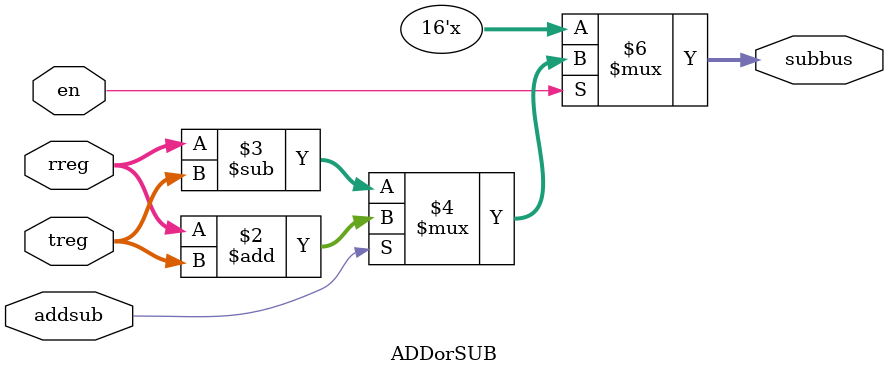
<source format=v>
`timescale 1ns/1ns
module ADDorSUB(input addsub,en,input [15:0]rreg ,treg , output reg [15:0] subbus);
  always@(en , addsub , treg, rreg) begin
  if(en)
   subbus = addsub ? (rreg+treg) : (rreg-treg);
 end
endmodule


</source>
